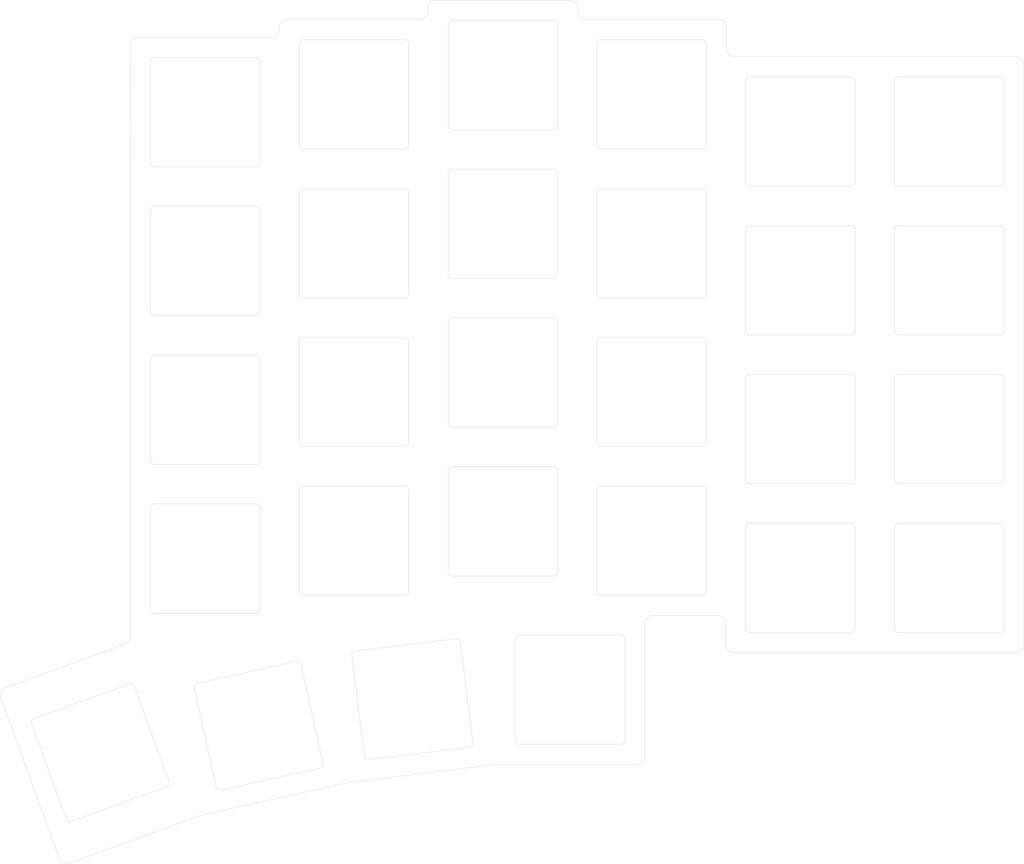
<source format=kicad_pcb>
(kicad_pcb (version 20240108) (generator "pcbnew") (generator_version "8.0")
  (layers (0 "F.Cu" signal) (31 "B.Cu" signal) (34 "B.Paste" user) (35 "F.Paste" user) (36 "B.SilkS" user "B.Silkscreen") (37 "F.SilkS" user "F.Silkscreen") (38 "B.Mask" user) (39 "F.Mask" user) (44 "Edge.Cuts" user))
  (net 0 "")
  (footprint "PCM_marbastlib-xp-plate-mx:Plate_MX_1u" (layer "B.Cu") (at 144.601013 123.96156 7)
    (property "Reference" "SW26" (hide yes))
    (property "Value" "SW_Push")
    (fp_line (start -7 -6.5) (end -7 6.5) (stroke (width 0.05)) (layer "Edge.Cuts"))
    (fp_line (start -6.5 7) (end 6.5 7) (stroke (width 0.05)) (layer "Edge.Cuts"))
    (fp_line (start 6.5 -7) (end -6.5 -7) (stroke (width 0.05)) (layer "Edge.Cuts"))
    (fp_line (start 7 6.5) (end 7 -6.5) (stroke (width 0.05)) (layer "Edge.Cuts"))
    (fp_arc (start -6.997236 -6.498884) (mid -6.850789 -6.852437) (end -6.497236 -6.998884) (stroke (width 0.05)) (layer "Edge.Cuts"))
    (fp_arc (start -6.5 7) (mid -6.853553 6.853552) (end -7 6.5) (stroke (width 0.05)) (layer "Edge.Cuts"))
    (fp_arc (start 6.5 -7) (mid 6.853553 -6.853553) (end 7 -6.5) (stroke (width 0.05)) (layer "Edge.Cuts"))
    (fp_arc (start 7 6.5) (mid 6.853553 6.853553) (end 6.5 7) (stroke (width 0.05)) (layer "Edge.Cuts"))
  )
  (footprint "PCM_marbastlib-xp-plate-mx:Plate_MX_1u" (layer "B.Cu") (at 137.123316 84.62846)
    (property "Reference" "SW17" (hide yes))
    (property "Value" "SW_Push")
    (fp_line (start -7 -6.5) (end -7 6.5) (stroke (width 0.05)) (layer "Edge.Cuts"))
    (fp_line (start -6.5 7) (end 6.5 7) (stroke (width 0.05)) (layer "Edge.Cuts"))
    (fp_line (start 6.5 -7) (end -6.5 -7) (stroke (width 0.05)) (layer "Edge.Cuts"))
    (fp_line (start 7 6.5) (end 7 -6.5) (stroke (width 0.05)) (layer "Edge.Cuts"))
    (fp_arc (start -6.997236 -6.498884) (mid -6.850789 -6.852437) (end -6.497236 -6.998884) (stroke (width 0.05)) (layer "Edge.Cuts"))
    (fp_arc (start -6.5 7) (mid -6.853553 6.853553) (end -7 6.5) (stroke (width 0.05)) (layer "Edge.Cuts"))
    (fp_arc (start 6.5 -7) (mid 6.853553 -6.853553) (end 7 -6.5) (stroke (width 0.05)) (layer "Edge.Cuts"))
    (fp_arc (start 7 6.5) (mid 6.853553 6.853553) (end 6.5 7) (stroke (width 0.05)) (layer "Edge.Cuts"))
  )
  (footprint "PCM_marbastlib-xp-plate-mx:Plate_MX_1u" (layer "B.Cu") (at 164.808316 122.72846)
    (property "Reference" "SW25" (hide yes))
    (property "Value" "SW_Push")
    (fp_line (start -7 -6.5) (end -7 6.5) (stroke (width 0.05)) (layer "Edge.Cuts"))
    (fp_line (start -6.5 7) (end 6.5 7) (stroke (width 0.05)) (layer "Edge.Cuts"))
    (fp_line (start 6.5 -7) (end -6.5 -7) (stroke (width 0.05)) (layer "Edge.Cuts"))
    (fp_line (start 7 6.5) (end 7 -6.5) (stroke (width 0.05)) (layer "Edge.Cuts"))
    (fp_arc (start -6.997236 -6.498884) (mid -6.850789 -6.852437) (end -6.497236 -6.998884) (stroke (width 0.05)) (layer "Edge.Cuts"))
    (fp_arc (start -6.5 7) (mid -6.853553 6.853553) (end -7 6.5) (stroke (width 0.05)) (layer "Edge.Cuts"))
    (fp_arc (start 6.5 -7) (mid 6.853553 -6.853553) (end 7 -6.5) (stroke (width 0.05)) (layer "Edge.Cuts"))
    (fp_arc (start 7 6.5) (mid 6.853553 6.853553) (end 6.5 7) (stroke (width 0.05)) (layer "Edge.Cuts"))
  )
  (footprint "PCM_marbastlib-xp-plate-mx:Plate_MX_1u" (layer "B.Cu") (at 194.273316 70.34096)
    (property "Reference" "SW8" (hide yes))
    (property "Value" "SW_Push")
    (fp_line (start -7 -6.5) (end -7 6.5) (stroke (width 0.05)) (layer "Edge.Cuts"))
    (fp_line (start -6.5 7) (end 6.5 7) (stroke (width 0.05)) (layer "Edge.Cuts"))
    (fp_line (start 6.5 -7) (end -6.5 -7) (stroke (width 0.05)) (layer "Edge.Cuts"))
    (fp_line (start 7 6.5) (end 7 -6.5) (stroke (width 0.05)) (layer "Edge.Cuts"))
    (fp_arc (start -6.997236 -6.498884) (mid -6.850789 -6.852437) (end -6.497236 -6.998884) (stroke (width 0.05)) (layer "Edge.Cuts"))
    (fp_arc (start -6.5 7) (mid -6.853553 6.853553) (end -7 6.5) (stroke (width 0.05)) (layer "Edge.Cuts"))
    (fp_arc (start 6.5 -7) (mid 6.853553 -6.853553) (end 7 -6.5) (stroke (width 0.05)) (layer "Edge.Cuts"))
    (fp_arc (start 7 6.5) (mid 6.853553 6.853553) (end 6.5 7) (stroke (width 0.05)) (layer "Edge.Cuts"))
  )
  (footprint "PCM_marbastlib-xp-plate-mx:Plate_MX_1u" (layer "B.Cu") (at 156.173316 101.20196)
    (property "Reference" "SW22" (hide yes))
    (property "Value" "SW_Push")
    (fp_line (start -7 -6.5) (end -7 6.5) (stroke (width 0.05)) (layer "Edge.Cuts"))
    (fp_line (start -6.5 7) (end 6.5 7) (stroke (width 0.05)) (layer "Edge.Cuts"))
    (fp_line (start 6.5 -7) (end -6.5 -7) (stroke (width 0.05)) (layer "Edge.Cuts"))
    (fp_line (start 7 6.5) (end 7 -6.5) (stroke (width 0.05)) (layer "Edge.Cuts"))
    (fp_arc (start -6.997236 -6.498884) (mid -6.850789 -6.852437) (end -6.497236 -6.998884) (stroke (width 0.05)) (layer "Edge.Cuts"))
    (fp_arc (start -6.5 7) (mid -6.853553 6.853553) (end -7 6.5) (stroke (width 0.05)) (layer "Edge.Cuts"))
    (fp_arc (start 6.5 -7) (mid 6.853553 -6.853553) (end 7 -6.5) (stroke (width 0.05)) (layer "Edge.Cuts"))
    (fp_arc (start 7 6.5) (mid 6.853553 6.853553) (end 6.5 7) (stroke (width 0.05)) (layer "Edge.Cuts"))
  )
  (footprint "PCM_marbastlib-xp-plate-mx:Plate_MX_1u" (layer "B.Cu") (at 118.073316 67.86446)
    (property "Reference" "SW12" (hide yes))
    (property "Value" "SW_Push")
    (fp_line (start -7 -6.5) (end -7 6.5) (stroke (width 0.05)) (layer "Edge.Cuts"))
    (fp_line (start -6.5 7) (end 6.5 7) (stroke (width 0.05)) (layer "Edge.Cuts"))
    (fp_line (start 6.5 -7) (end -6.5 -7) (stroke (width 0.05)) (layer "Edge.Cuts"))
    (fp_line (start 7 6.5) (end 7 -6.5) (stroke (width 0.05)) (layer "Edge.Cuts"))
    (fp_arc (start -6.997236 -6.498884) (mid -6.850789 -6.852437) (end -6.497236 -6.998884) (stroke (width 0.05)) (layer "Edge.Cuts"))
    (fp_arc (start -6.5 7) (mid -6.853553 6.853553) (end -7 6.5) (stroke (width 0.05)) (layer "Edge.Cuts"))
    (fp_arc (start 6.5 -7) (mid 6.853553 -6.853553) (end 7 -6.5) (stroke (width 0.05)) (layer "Edge.Cuts"))
    (fp_arc (start 7 6.5) (mid 6.853553 6.853553) (end 6.5 7) (stroke (width 0.05)) (layer "Edge.Cuts"))
  )
  (footprint "PCM_marbastlib-xp-plate-mx:Plate_MX_1u" (layer "B.Cu") (at 124.915924 127.35601 12.5)
    (property "Reference" "SW27" (hide yes))
    (property "Value" "SW_Push")
    (fp_line (start -7 -6.5) (end -7 6.5) (stroke (width 0.05)) (layer "Edge.Cuts"))
    (fp_line (start -6.5 7) (end 6.5 7) (stroke (width 0.05)) (layer "Edge.Cuts"))
    (fp_line (start 6.5 -7) (end -6.5 -7) (stroke (width 0.05)) (layer "Edge.Cuts"))
    (fp_line (start 7 6.5) (end 7 -6.5) (stroke (width 0.05)) (layer "Edge.Cuts"))
    (fp_arc (start -6.997237 -6.498884) (mid -6.850789 -6.852436) (end -6.497236 -6.998884) (stroke (width 0.05)) (layer "Edge.Cuts"))
    (fp_arc (start -6.5 7) (mid -6.853554 6.853554) (end -7 6.5) (stroke (width 0.05)) (layer "Edge.Cuts"))
    (fp_arc (start 6.5 -7) (mid 6.853554 -6.853554) (end 7 -6.5) (stroke (width 0.05)) (layer "Edge.Cuts"))
    (fp_arc (start 7 6.5) (mid 6.853554 6.853554) (end 6.5 7) (stroke (width 0.05)) (layer "Edge.Cuts"))
  )
  (footprint "PCM_marbastlib-xp-plate-mx:Plate_MX_1u" (layer "B.Cu") (at 213.323316 108.44096)
    (property "Reference" "SW19" (hide yes))
    (property "Value" "SW_Push")
    (fp_line (start -7 -6.5) (end -7 6.5) (stroke (width 0.05)) (layer "Edge.Cuts"))
    (fp_line (start -6.5 7) (end 6.5 7) (stroke (width 0.05)) (layer "Edge.Cuts"))
    (fp_line (start 6.5 -7) (end -6.5 -7) (stroke (width 0.05)) (layer "Edge.Cuts"))
    (fp_line (start 7 6.5) (end 7 -6.5) (stroke (width 0.05)) (layer "Edge.Cuts"))
    (fp_arc (start -6.997236 -6.498884) (mid -6.850789 -6.852437) (end -6.497236 -6.998884) (stroke (width 0.05)) (layer "Edge.Cuts"))
    (fp_arc (start -6.5 7) (mid -6.853553 6.853553) (end -7 6.5) (stroke (width 0.05)) (layer "Edge.Cuts"))
    (fp_arc (start 6.5 -7) (mid 6.853553 -6.853553) (end 7 -6.5) (stroke (width 0.05)) (layer "Edge.Cuts"))
    (fp_arc (start 7 6.5) (mid 6.853553 6.853553) (end 6.5 7) (stroke (width 0.05)) (layer "Edge.Cuts"))
  )
  (footprint "PCM_marbastlib-xp-plate-mx:Plate_MX_1u" (layer "B.Cu") (at 213.323316 51.29096)
    (property "Reference" "SW1" (hide yes))
    (property "Value" "SW_Push")
    (fp_line (start -7 -6.5) (end -7 6.5) (stroke (width 0.05)) (layer "Edge.Cuts"))
    (fp_line (start -6.5 7) (end 6.5 7) (stroke (width 0.05)) (layer "Edge.Cuts"))
    (fp_line (start 6.5 -7) (end -6.5 -7) (stroke (width 0.05)) (layer "Edge.Cuts"))
    (fp_line (start 7 6.5) (end 7 -6.5) (stroke (width 0.05)) (layer "Edge.Cuts"))
    (fp_arc (start -6.997236 -6.498884) (mid -6.850789 -6.852437) (end -6.497236 -6.998884) (stroke (width 0.05)) (layer "Edge.Cuts"))
    (fp_arc (start -6.5 7) (mid -6.853553 6.853553) (end -7 6.5) (stroke (width 0.05)) (layer "Edge.Cuts"))
    (fp_arc (start 6.5 -7) (mid 6.853553 -6.853553) (end 7 -6.5) (stroke (width 0.05)) (layer "Edge.Cuts"))
    (fp_arc (start 7 6.5) (mid 6.853553 6.853553) (end 6.5 7) (stroke (width 0.05)) (layer "Edge.Cuts"))
  )
  (footprint "PCM_marbastlib-xp-plate-mx:Plate_MX_1u" (layer "B.Cu") (at 137.123316 46.52846)
    (property "Reference" "SW5" (hide yes))
    (property "Value" "SW_Push")
    (fp_line (start -7 -6.5) (end -7 6.5) (stroke (width 0.05)) (layer "Edge.Cuts"))
    (fp_line (start -6.5 7) (end 6.5 7) (stroke (width 0.05)) (layer "Edge.Cuts"))
    (fp_line (start 6.5 -7) (end -6.5 -7) (stroke (width 0.05)) (layer "Edge.Cuts"))
    (fp_line (start 7 6.5) (end 7 -6.5) (stroke (width 0.05)) (layer "Edge.Cuts"))
    (fp_arc (start -6.997236 -6.498884) (mid -6.850789 -6.852437) (end -6.497236 -6.998884) (stroke (width 0.05)) (layer "Edge.Cuts"))
    (fp_arc (start -6.5 7) (mid -6.853553 6.853553) (end -7 6.5) (stroke (width 0.05)) (layer "Edge.Cuts"))
    (fp_arc (start 6.5 -7) (mid 6.853553 -6.853553) (end 7 -6.5) (stroke (width 0.05)) (layer "Edge.Cuts"))
    (fp_arc (start 7 6.5) (mid 6.853553 6.853553) (end 6.5 7) (stroke (width 0.05)) (layer "Edge.Cuts"))
  )
  (footprint "PCM_marbastlib-xp-plate-mx:Plate_MX_1u" (layer "B.Cu") (at 175.223316 103.67846)
    (property "Reference" "SW21" (hide yes))
    (property "Value" "SW_Push")
    (fp_line (start -7 -6.5) (end -7 6.5) (stroke (width 0.05)) (layer "Edge.Cuts"))
    (fp_line (start -6.5 7) (end 6.5 7) (stroke (width 0.05)) (layer "Edge.Cuts"))
    (fp_line (start 6.5 -7) (end -6.5 -7) (stroke (width 0.05)) (layer "Edge.Cuts"))
    (fp_line (start 7 6.5) (end 7 -6.5) (stroke (width 0.05)) (layer "Edge.Cuts"))
    (fp_arc (start -6.997236 -6.498884) (mid -6.850789 -6.852437) (end -6.497236 -6.998884) (stroke (width 0.05)) (layer "Edge.Cuts"))
    (fp_arc (start -6.5 7) (mid -6.853553 6.853553) (end -7 6.5) (stroke (width 0.05)) (layer "Edge.Cuts"))
    (fp_arc (start 6.5 -7) (mid 6.853553 -6.853553) (end 7 -6.5) (stroke (width 0.05)) (layer "Edge.Cuts"))
    (fp_arc (start 7 6.5) (mid 6.853553 6.853553) (end 6.5 7) (stroke (width 0.05)) (layer "Edge.Cuts"))
  )
  (footprint "PCM_marbastlib-xp-plate-mx:Plate_MX_1u" (layer "B.Cu") (at 175.223316 46.52846)
    (property "Reference" "SW3" (hide yes))
    (property "Value" "SW_Push")
    (fp_line (start -7 -6.5) (end -7 6.5) (stroke (width 0.05)) (layer "Edge.Cuts"))
    (fp_line (start -6.5 7) (end 6.5 7) (stroke (width 0.05)) (layer "Edge.Cuts"))
    (fp_line (start 6.5 -7) (end -6.5 -7) (stroke (width 0.05)) (layer "Edge.Cuts"))
    (fp_line (start 7 6.5) (end 7 -6.5) (stroke (width 0.05)) (layer "Edge.Cuts"))
    (fp_arc (start -6.997236 -6.498884) (mid -6.850789 -6.852437) (end -6.497236 -6.998884) (stroke (width 0.05)) (layer "Edge.Cuts"))
    (fp_arc (start -6.5 7) (mid -6.853553 6.853553) (end -7 6.5) (stroke (width 0.05)) (layer "Edge.Cuts"))
    (fp_arc (start 6.5 -7) (mid 6.853553 -6.853553) (end 7 -6.5) (stroke (width 0.05)) (layer "Edge.Cuts"))
    (fp_arc (start 7 6.5) (mid 6.853553 6.853553) (end 6.5 7) (stroke (width 0.05)) (layer "Edge.Cuts"))
  )
  (footprint "PCM_marbastlib-xp-plate-mx:Plate_MX_1u" (layer "B.Cu") (at 194.273316 108.44096)
    (property "Reference" "SW20" (hide yes))
    (property "Value" "SW_Push")
    (fp_line (start -7 -6.5) (end -7 6.5) (stroke (width 0.05)) (layer "Edge.Cuts"))
    (fp_line (start -6.5 7) (end 6.5 7) (stroke (width 0.05)) (layer "Edge.Cuts"))
    (fp_line (start 6.5 -7) (end -6.5 -7) (stroke (width 0.05)) (layer "Edge.Cuts"))
    (fp_line (start 7 6.5) (end 7 -6.5) (stroke (width 0.05)) (layer "Edge.Cuts"))
    (fp_arc (start -6.997236 -6.498884) (mid -6.850789 -6.852437) (end -6.497236 -6.998884) (stroke (width 0.05)) (layer "Edge.Cuts"))
    (fp_arc (start -6.5 7) (mid -6.853553 6.853553) (end -7 6.5) (stroke (width 0.05)) (layer "Edge.Cuts"))
    (fp_arc (start 6.5 -7) (mid 6.853553 -6.853553) (end 7 -6.5) (stroke (width 0.05)) (layer "Edge.Cuts"))
    (fp_arc (start 7 6.5) (mid 6.853553 6.853553) (end 6.5 7) (stroke (width 0.05)) (layer "Edge.Cuts"))
  )
  (footprint "PCM_marbastlib-xp-plate-mx:Plate_MX_1u" (layer "B.Cu") (at 156.173316 63.10196)
    (property "Reference" "SW10" (hide yes))
    (property "Value" "SW_Push")
    (fp_line (start -7 -6.5) (end -7 6.5) (stroke (width 0.05)) (layer "Edge.Cuts"))
    (fp_line (start -6.5 7) (end 6.5 7) (stroke (width 0.05)) (layer "Edge.Cuts"))
    (fp_line (start 6.5 -7) (end -6.5 -7) (stroke (width 0.05)) (layer "Edge.Cuts"))
    (fp_line (start 7 6.5) (end 7 -6.5) (stroke (width 0.05)) (layer "Edge.Cuts"))
    (fp_arc (start -6.997236 -6.498884) (mid -6.850789 -6.852437) (end -6.497236 -6.998884) (stroke (width 0.05)) (layer "Edge.Cuts"))
    (fp_arc (start -6.5 7) (mid -6.853553 6.853553) (end -7 6.5) (stroke (width 0.05)) (layer "Edge.Cuts"))
    (fp_arc (start 6.5 -7) (mid 6.853553 -6.853553) (end 7 -6.5) (stroke (width 0.05)) (layer "Edge.Cuts"))
    (fp_arc (start 7 6.5) (mid 6.853553 6.853553) (end 6.5 7) (stroke (width 0.05)) (layer "Edge.Cuts"))
  )
  (footprint "PCM_marbastlib-xp-plate-mx:Plate_MX_1u" (layer "B.Cu") (at 104.651646 130.798175 -70)
    (property "Reference" "SW28" (hide yes))
    (property "Value" "SW_Push")
    (fp_line (start -6.5 7) (end 6.5 7) (stroke (width 0.05)) (layer "Edge.Cuts"))
    (fp_line (start 7 6.5) (end 7 -6.5) (stroke (width 0.05)) (layer "Edge.Cuts"))
    (fp_line (start -7 -6.5) (end -7 6.5) (stroke (width 0.05)) (layer "Edge.Cuts"))
    (fp_line (start 6.5 -7) (end -6.5 -7) (stroke (width 0.05)) (layer "Edge.Cuts"))
    (fp_arc (start -6.5 7) (mid -6.853553 6.853554) (end -7 6.5) (stroke (width 0.05)) (layer "Edge.Cuts"))
    (fp_arc (start 7 6.5) (mid 6.853554 6.853553) (end 6.5 7) (stroke (width 0.05)) (layer "Edge.Cuts"))
    (fp_arc (start -6.997236 -6.498884) (mid -6.850789 -6.852437) (end -6.497236 -6.998884) (stroke (width 0.05)) (layer "Edge.Cuts"))
    (fp_arc (start 6.5 -7) (mid 6.853553 -6.853554) (end 7 -6.5) (stroke (width 0.05)) (layer "Edge.Cuts"))
  )
  (footprint "PCM_marbastlib-xp-plate-mx:Plate_MX_1u" (layer "B.Cu") (at 137.123316 103.67846)
    (property "Reference" "SW23" (hide yes))
    (property "Value" "SW_Push")
    (fp_line (start -7 -6.5) (end -7 6.5) (stroke (width 0.05)) (layer "Edge.Cuts"))
    (fp_line (start -6.5 7) (end 6.5 7) (stroke (width 0.05)) (layer "Edge.Cuts"))
    (fp_line (start 6.5 -7) (end -6.5 -7) (stroke (width 0.05)) (layer "Edge.Cuts"))
    (fp_line (start 7 6.5) (end 7 -6.5) (stroke (width 0.05)) (layer "Edge.Cuts"))
    (fp_arc (start -6.997236 -6.498884) (mid -6.850789 -6.852437) (end -6.497236 -6.998884) (stroke (width 0.05)) (layer "Edge.Cuts"))
    (fp_arc (start -6.5 7) (mid -6.853553 6.853553) (end -7 6.5) (stroke (width 0.05)) (layer "Edge.Cuts"))
    (fp_arc (start 6.5 -7) (mid 6.853553 -6.853553) (end 7 -6.5) (stroke (width 0.05)) (layer "Edge.Cuts"))
    (fp_arc (start 7 6.5) (mid 6.853553 6.853553) (end 6.5 7) (stroke (width 0.05)) (layer "Edge.Cuts"))
  )
  (footprint "PCM_marbastlib-xp-plate-mx:Plate_MX_1u" (layer "B.Cu") (at 175.223316 65.578459)
    (property "Reference" "SW9" (hide yes))
    (property "Value" "SW_Push")
    (fp_line (start -7 -6.5) (end -7 6.5) (stroke (width 0.05)) (layer "Edge.Cuts"))
    (fp_line (start -6.5 7) (end 6.5 7) (stroke (width 0.05)) (layer "Edge.Cuts"))
    (fp_line (start 6.5 -7) (end -6.5 -7) (stroke (width 0.05)) (layer "Edge.Cuts"))
    (fp_line (start 7 6.5) (end 7 -6.5) (stroke (width 0.05)) (layer "Edge.Cuts"))
    (fp_arc (start -6.997236 -6.498884) (mid -6.850789 -6.852437) (end -6.497236 -6.998884) (stroke (width 0.05)) (layer "Edge.Cuts"))
    (fp_arc (start -6.5 7) (mid -6.853553 6.853553) (end -7 6.5) (stroke (width 0.05)) (layer "Edge.Cuts"))
    (fp_arc (start 6.5 -7) (mid 6.853553 -6.853553) (end 7 -6.5) (stroke (width 0.05)) (layer "Edge.Cuts"))
    (fp_arc (start 7 6.5) (mid 6.853553 6.853553) (end 6.5 7) (stroke (width 0.05)) (layer "Edge.Cuts"))
  )
  (footprint "PCM_marbastlib-xp-plate-mx:Plate_MX_1u" (layer "B.Cu") (at 156.173316 44.05196)
    (property "Reference" "SW4" (hide yes))
    (property "Value" "SW_Push")
    (fp_line (start -7 -6.5) (end -7 6.5) (stroke (width 0.05)) (layer "Edge.Cuts"))
    (fp_line (start -6.5 7) (end 6.5 7) (stroke (width 0.05)) (layer "Edge.Cuts"))
    (fp_line (start 6.5 -7) (end -6.5 -7) (stroke (width 0.05)) (layer "Edge.Cuts"))
    (fp_line (start 7 6.5) (end 7 -6.5) (stroke (width 0.05)) (layer "Edge.Cuts"))
    (fp_arc (start -6.997236 -6.498884) (mid -6.850789 -6.852437) (end -6.497236 -6.998884) (stroke (width 0.05)) (layer "Edge.Cuts"))
    (fp_arc (start -6.5 7) (mid -6.853553 6.853553) (end -7 6.5) (stroke (width 0.05)) (layer "Edge.Cuts"))
    (fp_arc (start 6.5 -7) (mid 6.853553 -6.853553) (end 7 -6.5) (stroke (width 0.05)) (layer "Edge.Cuts"))
    (fp_arc (start 7 6.5) (mid 6.853553 6.853553) (end 6.5 7) (stroke (width 0.05)) (layer "Edge.Cuts"))
  )
  (footprint "PCM_marbastlib-xp-plate-mx:Plate_MX_1u" (layer "B.Cu") (at 213.323316 70.34096)
    (property "Reference" "SW7" (hide yes))
    (property "Value" "SW_Push")
    (fp_line (start -7 -6.5) (end -7 6.5) (stroke (width 0.05)) (layer "Edge.Cuts"))
    (fp_line (start -6.5 7) (end 6.5 7) (stroke (width 0.05)) (layer "Edge.Cuts"))
    (fp_line (start 6.5 -7) (end -6.5 -7) (stroke (width 0.05)) (layer "Edge.Cuts"))
    (fp_line (start 7 6.5) (end 7 -6.5) (stroke (width 0.05)) (layer "Edge.Cuts"))
    (fp_arc (start -6.997236 -6.498884) (mid -6.850789 -6.852437) (end -6.497236 -6.998884) (stroke (width 0.05)) (layer "Edge.Cuts"))
    (fp_arc (start -6.5 7) (mid -6.853553 6.853553) (end -7 6.5) (stroke (width 0.05)) (layer "Edge.Cuts"))
    (fp_arc (start 6.5 -7) (mid 6.853553 -6.853553) (end 7 -6.5) (stroke (width 0.05)) (layer "Edge.Cuts"))
    (fp_arc (start 7 6.5) (mid 6.853553 6.853553) (end 6.5 7) (stroke (width 0.05)) (layer "Edge.Cuts"))
  )
  (footprint "PCM_marbastlib-xp-plate-mx:Plate_MX_1u" (layer "B.Cu") (at 194.273316 51.29096)
    (property "Reference" "SW2" (hide yes))
    (property "Value" "SW_Push")
    (fp_line (start -7 -6.5) (end -7 6.5) (stroke (width 0.05)) (layer "Edge.Cuts"))
    (fp_line (start -6.5 7) (end 6.5 7) (stroke (width 0.05)) (layer "Edge.Cuts"))
    (fp_line (start 6.5 -7) (end -6.5 -7) (stroke (width 0.05)) (layer "Edge.Cuts"))
    (fp_line (start 7 6.5) (end 7 -6.5) (stroke (width 0.05)) (layer "Edge.Cuts"))
    (fp_arc (start -6.997236 -6.498884) (mid -6.850789 -6.852437) (end -6.497236 -6.998884) (stroke (width 0.05)) (layer "Edge.Cuts"))
    (fp_arc (start -6.5 7) (mid -6.853553 6.853553) (end -7 6.5) (stroke (width 0.05)) (layer "Edge.Cuts"))
    (fp_arc (start 6.5 -7) (mid 6.853553 -6.853553) (end 7 -6.5) (stroke (width 0.05)) (layer "Edge.Cuts"))
    (fp_arc (start 7 6.5) (mid 6.853553 6.853553) (end 6.5 7) (stroke (width 0.05)) (layer "Edge.Cuts"))
  )
  (footprint "PCM_marbastlib-xp-plate-mx:Plate_MX_1u" (layer "B.Cu") (at 137.123316 65.578459)
    (property "Reference" "SW11" (hide yes))
    (property "Value" "SW_Push")
    (fp_line (start -7 -6.5) (end -7 6.5) (stroke (width 0.05)) (layer "Edge.Cuts"))
    (fp_line (start -6.5 7) (end 6.5 7) (stroke (width 0.05)) (layer "Edge.Cuts"))
    (fp_line (start 6.5 -7) (end -6.5 -7) (stroke (width 0.05)) (layer "Edge.Cuts"))
    (fp_line (start 7 6.5) (end 7 -6.5) (stroke (width 0.05)) (layer "Edge.Cuts"))
    (fp_arc (start -6.997236 -6.498884) (mid -6.850789 -6.852437) (end -6.497236 -6.998884) (stroke (width 0.05)) (layer "Edge.Cuts"))
    (fp_arc (start -6.5 7) (mid -6.853553 6.853553) (end -7 6.5) (stroke (width 0.05)) (layer "Edge.Cuts"))
    (fp_arc (start 6.5 -7) (mid 6.853553 -6.853553) (end 7 -6.5) (stroke (width 0.05)) (layer "Edge.Cuts"))
    (fp_arc (start 7 6.5) (mid 6.853553 6.853553) (end 6.5 7) (stroke (width 0.05)) (layer "Edge.Cuts"))
  )
  (footprint "PCM_marbastlib-xp-plate-mx:Plate_MX_1u" (layer "B.Cu") (at 194.273316 89.39096)
    (property "Reference" "SW14" (hide yes))
    (property "Value" "SW_Push")
    (fp_line (start -7 -6.5) (end -7 6.5) (stroke (width 0.05)) (layer "Edge.Cuts"))
    (fp_line (start -6.5 7) (end 6.5 7) (stroke (width 0.05)) (layer "Edge.Cuts"))
    (fp_line (start 6.5 -7) (end -6.5 -7) (stroke (width 0.05)) (layer "Edge.Cuts"))
    (fp_line (start 7 6.5) (end 7 -6.5) (stroke (width 0.05)) (layer "Edge.Cuts"))
    (fp_arc (start -6.997236 -6.498884) (mid -6.850789 -6.852437) (end -6.497236 -6.998884) (stroke (width 0.05)) (layer "Edge.Cuts"))
    (fp_arc (start -6.5 7) (mid -6.853553 6.853553) (end -7 6.5) (stroke (width 0.05)) (layer "Edge.Cuts"))
    (fp_arc (start 6.5 -7) (mid 6.853553 -6.853553) (end 7 -6.5) (stroke (width 0.05)) (layer "Edge.Cuts"))
    (fp_arc (start 7 6.5) (mid 6.853553 6.853553) (end 6.5 7) (stroke (width 0.05)) (layer "Edge.Cuts"))
  )
  (footprint "PCM_marbastlib-xp-plate-mx:Plate_MX_1u" (layer "B.Cu") (at 175.223316 84.62846)
    (property "Reference" "SW15" (hide yes))
    (property "Value" "SW_Push")
    (fp_line (start -7 -6.5) (end -7 6.5) (stroke (width 0.05)) (layer "Edge.Cuts"))
    (fp_line (start -6.5 7) (end 6.5 7) (stroke (width 0.05)) (layer "Edge.Cuts"))
    (fp_line (start 6.5 -7) (end -6.5 -7) (stroke (width 0.05)) (layer "Edge.Cuts"))
    (fp_line (start 7 6.5) (end 7 -6.5) (stroke (width 0.05)) (layer "Edge.Cuts"))
    (fp_arc (start -6.997236 -6.498884) (mid -6.850789 -6.852437) (end -6.497236 -6.998884) (stroke (width 0.05)) (layer "Edge.Cuts"))
    (fp_arc (start -6.5 7) (mid -6.853553 6.853553) (end -7 6.5) (stroke (width 0.05)) (layer "Edge.Cuts"))
    (fp_arc (start 6.5 -7) (mid 6.853553 -6.853553) (end 7 -6.5) (stroke (width 0.05)) (layer "Edge.Cuts"))
    (fp_arc (start 7 6.5) (mid 6.853553 6.853553) (end 6.5 7) (stroke (width 0.05)) (layer "Edge.Cuts"))
  )
  (footprint "PCM_marbastlib-xp-plate-mx:Plate_MX_1u" (layer "B.Cu") (at 156.173316 82.15196)
    (property "Reference" "SW16" (hide yes))
    (property "Value" "SW_Push")
    (fp_line (start -7 -6.5) (end -7 6.5) (stroke (width 0.05)) (layer "Edge.Cuts"))
    (fp_line (start -6.5 7) (end 6.5 7) (stroke (width 0.05)) (layer "Edge.Cuts"))
    (fp_line (start 6.5 -7) (end -6.5 -7) (stroke (width 0.05)) (layer "Edge.Cuts"))
    (fp_line (start 7 6.5) (end 7 -6.5) (stroke (width 0.05)) (layer "Edge.Cuts"))
    (fp_arc (start -6.997236 -6.498884) (mid -6.850789 -6.852437) (end -6.497236 -6.998884) (stroke (width 0.05)) (layer "Edge.Cuts"))
    (fp_arc (start -6.5 7) (mid -6.853553 6.853553) (end -7 6.5) (stroke (width 0.05)) (layer "Edge.Cuts"))
    (fp_arc (start 6.5 -7) (mid 6.853553 -6.853553) (end 7 -6.5) (stroke (width 0.05)) (layer "Edge.Cuts"))
    (fp_arc (start 7 6.5) (mid 6.853553 6.853553) (end 6.5 7) (stroke (width 0.05)) (layer "Edge.Cuts"))
  )
  (footprint "PCM_marbastlib-xp-plate-mx:Plate_MX_1u" (layer "B.Cu") (at 118.073316 48.81446)
    (property "Reference" "SW6" (hide yes))
    (property "Value" "SW_Push")
    (fp_line (start -7 -6.5) (end -7 6.5) (stroke (width 0.05)) (layer "Edge.Cuts"))
    (fp_line (start -6.5 7) (end 6.5 7) (stroke (width 0.05)) (layer "Edge.Cuts"))
    (fp_line (start 6.5 -7) (end -6.5 -7) (stroke (width 0.05)) (layer "Edge.Cuts"))
    (fp_line (start 7 6.5) (end 7 -6.5) (stroke (width 0.05)) (layer "Edge.Cuts"))
    (fp_arc (start -6.997236 -6.498884) (mid -6.850789 -6.852437) (end -6.497236 -6.998884) (stroke (width 0.05)) (layer "Edge.Cuts"))
    (fp_arc (start -6.5 7) (mid -6.853553 6.853553) (end -7 6.5) (stroke (width 0.05)) (layer "Edge.Cuts"))
    (fp_arc (start 6.5 -7) (mid 6.853553 -6.853553) (end 7 -6.5) (stroke (width 0.05)) (layer "Edge.Cuts"))
    (fp_arc (start 7 6.5) (mid 6.853553 6.853553) (end 6.5 7) (stroke (width 0.05)) (layer "Edge.Cuts"))
  )
  (footprint "PCM_marbastlib-xp-plate-mx:Plate_MX_1u" (layer "B.Cu") (at 213.323316 89.39096)
    (property "Reference" "SW13" (hide yes))
    (property "Value" "SW_Push")
    (fp_line (start -7 -6.5) (end -7 6.5) (stroke (width 0.05)) (layer "Edge.Cuts"))
    (fp_line (start -6.5 7) (end 6.5 7) (stroke (width 0.05)) (layer "Edge.Cuts"))
    (fp_line (start 6.5 -7) (end -6.5 -7) (stroke (width 0.05)) (layer "Edge.Cuts"))
    (fp_line (start 7 6.5) (end 7 -6.5) (stroke (width 0.05)) (layer "Edge.Cuts"))
    (fp_arc (start -6.997236 -6.498884) (mid -6.850789 -6.852437) (end -6.497236 -6.998884) (stroke (width 0.05)) (layer "Edge.Cuts"))
    (fp_arc (start -6.5 7) (mid -6.853553 6.853553) (end -7 6.5) (stroke (width 0.05)) (layer "Edge.Cuts"))
    (fp_arc (start 6.5 -7) (mid 6.853553 -6.853553) (end 7 -6.5) (stroke (width 0.05)) (layer "Edge.Cuts"))
    (fp_arc (start 7 6.5) (mid 6.853553 6.853553) (end 6.5 7) (stroke (width 0.05)) (layer "Edge.Cuts"))
  )
  (footprint "PCM_marbastlib-xp-plate-mx:Plate_MX_1u" (layer "B.Cu") (at 118.073316 86.91446)
    (property "Reference" "SW18" (hide yes))
    (property "Value" "SW_Push")
    (fp_line (start -7 -6.5) (end -7 6.5) (stroke (width 0.05)) (layer "Edge.Cuts"))
    (fp_line (start -6.5 7) (end 6.5 7) (stroke (width 0.05)) (layer "Edge.Cuts"))
    (fp_line (start 6.5 -7) (end -6.5 -7) (stroke (width 0.05)) (layer "Edge.Cuts"))
    (fp_line (start 7 6.5) (end 7 -6.5) (stroke (width 0.05)) (layer "Edge.Cuts"))
    (fp_arc (start -6.997236 -6.498884) (mid -6.850789 -6.852437) (end -6.497236 -6.998884) (stroke (width 0.05)) (layer "Edge.Cuts"))
    (fp_arc (start -6.5 7) (mid -6.853553 6.853553) (end -7 6.5) (stroke (width 0.05)) (layer "Edge.Cuts"))
    (fp_arc (start 6.5 -7) (mid 6.853553 -6.853553) (end 7 -6.5) (stroke (width 0.05)) (layer "Edge.Cuts"))
    (fp_arc (start 7 6.5) (mid 6.853553 6.853553) (end 6.5 7) (stroke (width 0.05)) (layer "Edge.Cuts"))
  )
  (footprint "PCM_marbastlib-xp-plate-mx:Plate_MX_1u" (layer "B.Cu") (at 118.073316 105.96446)
    (property "Reference" "SW24" (hide yes))
    (property "Value" "SW_Push")
    (fp_line (start -7 -6.5) (end -7 6.5) (stroke (width 0.05)) (layer "Edge.Cuts"))
    (fp_line (start -6.5 7) (end 6.5 7) (stroke (width 0.05)) (layer "Edge.Cuts"))
    (fp_line (start 6.5 -7) (end -6.5 -7) (stroke (width 0.05)) (layer "Edge.Cuts"))
    (fp_line (start 7 6.5) (end 7 -6.5) (stroke (width 0.05)) (layer "Edge.Cuts"))
    (fp_arc (start -6.997236 -6.498884) (mid -6.850789 -6.852437) (end -6.497236 -6.998884) (stroke (width 0.05)) (layer "Edge.Cuts"))
    (fp_arc (start -6.5 7) (mid -6.853553 6.853553) (end -7 6.5) (stroke (width 0.05)) (layer "Edge.Cuts"))
    (fp_arc (start 6.5 -7) (mid 6.853553 -6.853553) (end 7 -6.5) (stroke (width 0.05)) (layer "Edge.Cuts"))
    (fp_arc (start 7 6.5) (mid 6.853553 6.853553) (end 6.5 7) (stroke (width 0.05)) (layer "Edge.Cuts"))
  )
  (gr_line (start 174.381666 114.249982) (end 174.381666 131.3) (stroke (width 0.05)) (layer "Edge.Cuts"))
  (gr_arc (start 146.601666 35.479069) (mid 146.89457 34.771982) (end 147.601666 34.479069) (stroke (width 0.05)) (layer "Edge.Cuts"))
  (gr_arc (start 185.841644 41.710777) (mid 185.119999 41.403362) (end 184.841667 40.67) (stroke (width 0.05)) (layer "Edge.Cuts"))
  (gr_line (start 173.381666 132.3) (end 155.269776 132.3) (stroke (width 0.05)) (layer "Edge.Cuts"))
  (gr_line (start 184.701666 117.01) (end 184.701666 114.249982) (stroke (width 0.05)) (layer "Edge.Cuts"))
  (gr_arc (start 108.49 115.96) (mid 108.29 116.56) (end 107.77 116.92) (stroke (width 0.05)) (layer "Edge.Cuts"))
  (gr_arc (start 222.891666 117.01) (mid 222.598773 117.717107) (end 221.891666 118.01) (stroke (width 0.05)) (layer "Edge.Cuts"))
  (gr_arc (start 91.85 123.62) (mid 91.94881 122.971442) (end 92.425586 122.520804) (stroke (width 0.05)) (layer "Edge.Cuts"))
  (gr_line (start 183.841666 36.959539) (end 166.791562 36.959539) (stroke (width 0.05)) (layer "Edge.Cuts"))
  (gr_arc (start 146.601665 35.92) (mid 146.319618 36.646737) (end 145.601666 36.950449) (stroke (width 0.05)) (layer "Edge.Cuts"))
  (gr_line (start 117.72 138.77) (end 100.53 145.02) (stroke (width 0.05)) (layer "Edge.Cuts"))
  (gr_arc (start 166.791562 36.959539) (mid 166.084444 36.666647) (end 165.791562 35.959539) (stroke (width 0.05)) (layer "Edge.Cuts"))
  (gr_line (start 108.5 40.24) (end 108.49 115.96) (stroke (width 0.05)) (layer "Edge.Cuts"))
  (gr_arc (start 174.381666 114.249982) (mid 174.674566 113.542887) (end 175.381666 113.249982) (stroke (width 0.05)) (layer "Edge.Cuts"))
  (gr_arc (start 185.701666 118.01) (mid 184.994559 117.717107) (end 184.701666 117.01) (stroke (width 0.05)) (layer "Edge.Cuts"))
  (gr_line (start 221.891666 118.01) (end 185.701666 118.01) (stroke (width 0.05)) (layer "Edge.Cuts"))
  (gr_line (start 222.891666 117.01) (end 222.891666 42.71) (stroke (width 0.05)) (layer "Edge.Cuts"))
  (gr_line (start 126.551666 39.24) (end 109.5 39.24) (stroke (width 0.05)) (layer "Edge.Cuts"))
  (gr_line (start 221.891666 41.71) (end 185.841644 41.71) (stroke (width 0.05)) (layer "Edge.Cuts"))
  (gr_arc (start 127.55158 37.95) (mid 127.844474 37.242898) (end 128.55158 36.95) (stroke (width 0.05)) (layer "Edge.Cuts"))
  (gr_line (start 92.43 122.520001) (end 107.77 116.92) (stroke (width 0.05)) (layer "Edge.Cuts"))
  (gr_line (start 99.450001 144.5) (end 91.85 123.62) (stroke (width 0.05)) (layer "Edge.Cuts"))
  (gr_line (start 136.33 134.64) (end 117.72 138.77) (stroke (width 0.05)) (layer "Edge.Cuts"))
  (gr_arc (start 100.53 145.02) (mid 99.903652 144.938736) (end 99.448596 144.500742) (stroke (width 0.05)) (layer "Edge.Cuts"))
  (gr_line (start 165.791562 35.959539) (end 165.791562 35.479069) (stroke (width 0.05)) (layer "Edge.Cuts"))
  (gr_line (start 183.701666 113.249982) (end 175.381666 113.249982) (stroke (width 0.05)) (layer "Edge.Cuts"))
  (gr_line (start 145.601666 36.95) (end 128.55158 36.95) (stroke (width 0.05)) (layer "Edge.Cuts"))
  (gr_line (start 184.841666 40.67) (end 184.841666 37.959539) (stroke (width 0.05)) (layer "Edge.Cuts"))
  (gr_arc (start 164.791562 34.479069) (mid 165.498682 34.771959) (end 165.791562 35.479069) (stroke (width 0.05)) (layer "Edge.Cuts"))
  (gr_line (start 164.791562 34.479069) (end 147.601666 34.479069) (stroke (width 0.05)) (layer "Edge.Cuts"))
  (gr_line (start 127.55158 37.95) (end 127.55158 38.195135) (stroke (width 0.05)) (layer "Edge.Cuts"))
  (gr_arc (start 108.5 40.24) (mid 108.792893 39.532893) (end 109.5 39.24) (stroke (width 0.05)) (layer "Edge.Cuts"))
  (gr_arc (start 127.55158 38.195135) (mid 127.275112 38.931713) (end 126.551666 39.24092) (stroke (width 0.05)) (layer "Edge.Cuts"))
  (gr_line (start 146.601666 35.479069) (end 146.601666 35.911852) (stroke (width 0.05)) (layer "Edge.Cuts"))
  (gr_arc (start 183.701666 113.249982) (mid 184.408779 113.542874) (end 184.701666 114.249982) (stroke (width 0.05)) (layer "Edge.Cuts"))
  (gr_arc (start 221.891666 41.71) (mid 222.598773 42.002893) (end 222.891666 42.71) (stroke (width 0.05)) (layer "Edge.Cuts"))
  (gr_arc (start 174.381666 131.3) (mid 174.088773 132.007107) (end 173.381666 132.3) (stroke (width 0.05)) (layer "Edge.Cuts"))
  (gr_line (start 155.269776 132.3) (end 136.33 134.64) (stroke (width 0.05)) (layer "Edge.Cuts"))
  (gr_arc (start 183.841666 36.959539) (mid 184.548759 37.252435) (end 184.841666 37.959539) (stroke (width 0.05)) (layer "Edge.Cuts"))
)
</source>
